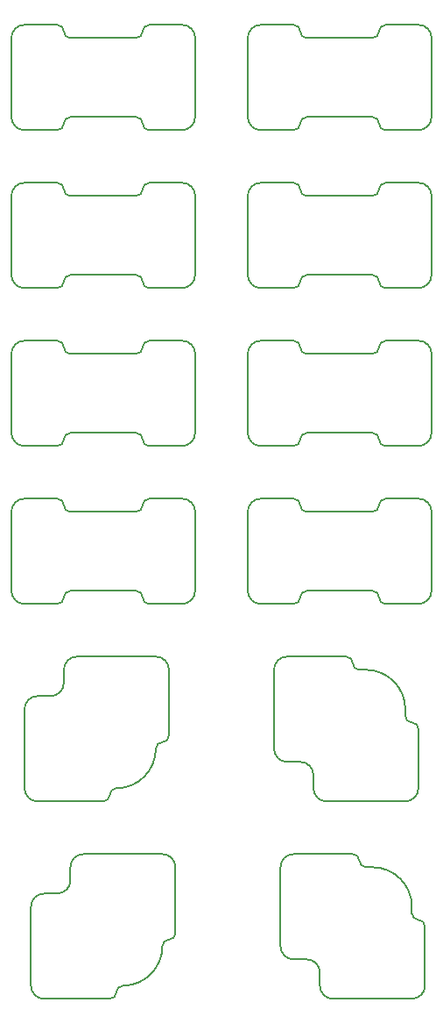
<source format=gbr>
G04 #@! TF.FileFunction,Profile,NP*
%FSLAX46Y46*%
G04 Gerber Fmt 4.6, Leading zero omitted, Abs format (unit mm)*
G04 Created by KiCad (PCBNEW 4.0.5) date Fri Mar 31 10:33:16 2017*
%MOMM*%
%LPD*%
G01*
G04 APERTURE LIST*
%ADD10C,0.100000*%
%ADD11C,0.150000*%
G04 APERTURE END LIST*
D10*
D11*
X105410000Y-157480000D02*
G75*
G03X106680000Y-158750000I1270000J0D01*
G01*
X102870000Y-154940000D02*
X104140000Y-154940000D01*
X101600000Y-153670000D02*
G75*
G03X102870000Y-154940000I1270000J0D01*
G01*
X105410000Y-156210000D02*
X105410000Y-157480000D01*
X105410000Y-156210000D02*
G75*
G03X104140000Y-154940000I-1270000J0D01*
G01*
X114300000Y-158750000D02*
G75*
G03X115570000Y-157480000I0J1270000D01*
G01*
X106680000Y-158750000D02*
X114300000Y-158750000D01*
X115570000Y-157480000D02*
X115570000Y-151765000D01*
X114300000Y-150495000D02*
G75*
G03X114935000Y-151130000I635000J0D01*
G01*
X115570000Y-151765000D02*
G75*
G03X114935000Y-151130000I-635000J0D01*
G01*
X109220000Y-145415000D02*
G75*
G03X109855000Y-146050000I635000J0D01*
G01*
X114300000Y-149860000D02*
G75*
G03X110490000Y-146050000I-3810000J0D01*
G01*
X114300000Y-149860000D02*
X114300000Y-150495000D01*
X109220000Y-145415000D02*
G75*
G03X108585000Y-144780000I-635000J0D01*
G01*
X110490000Y-146050000D02*
X109855000Y-146050000D01*
X105410000Y-144780000D02*
X108585000Y-144780000D01*
X104140000Y-144780000D02*
X104775000Y-144780000D01*
X101600000Y-153670000D02*
X101600000Y-146050000D01*
X104140000Y-144780000D02*
X102870000Y-144780000D01*
X102870000Y-144780000D02*
G75*
G03X101600000Y-146050000I0J-1270000D01*
G01*
X104775000Y-144780000D02*
X105410000Y-144780000D01*
X77470000Y-157480000D02*
X77470000Y-149860000D01*
X91440000Y-146050000D02*
G75*
G03X90170000Y-144780000I-1270000J0D01*
G01*
X77470000Y-157480000D02*
G75*
G03X78740000Y-158750000I1270000J0D01*
G01*
X78740000Y-148590000D02*
G75*
G03X77470000Y-149860000I0J-1270000D01*
G01*
X81280000Y-147320000D02*
X81280000Y-146050000D01*
X80010000Y-148590000D02*
X78740000Y-148590000D01*
X80010000Y-148590000D02*
G75*
G03X81280000Y-147320000I0J1270000D01*
G01*
X82550000Y-144780000D02*
X90170000Y-144780000D01*
X82550000Y-144780000D02*
G75*
G03X81280000Y-146050000I0J-1270000D01*
G01*
X78740000Y-158750000D02*
X85090000Y-158750000D01*
X91440000Y-148590000D02*
X91440000Y-146050000D01*
X85090000Y-158750000D02*
G75*
G03X85725000Y-158115000I0J635000D01*
G01*
X86360000Y-157480000D02*
G75*
G03X85725000Y-158115000I0J-635000D01*
G01*
X86360000Y-157480000D02*
G75*
G03X90170000Y-153670000I0J3810000D01*
G01*
X90805000Y-153035000D02*
G75*
G03X90170000Y-153670000I0J-635000D01*
G01*
X90805000Y-153035000D02*
G75*
G03X91440000Y-152400000I0J635000D01*
G01*
X91440000Y-152400000D02*
X91440000Y-148590000D01*
X81280000Y-73660000D02*
G75*
G03X80645000Y-74295000I0J-635000D01*
G01*
X75565000Y-73660000D02*
G75*
G03X76835000Y-74930000I1270000J0D01*
G01*
X80010000Y-74930000D02*
G75*
G03X80645000Y-74295000I0J635000D01*
G01*
X80010000Y-74930000D02*
X76835000Y-74930000D01*
X82550000Y-73660000D02*
X87630000Y-73660000D01*
X87630000Y-66040000D02*
X81280000Y-66040000D01*
X81280000Y-73660000D02*
X82550000Y-73660000D01*
X87630000Y-66040000D02*
G75*
G03X88265000Y-65405000I0J635000D01*
G01*
X93345000Y-66040000D02*
G75*
G03X92075000Y-64770000I-1270000J0D01*
G01*
X88900000Y-64770000D02*
X92075000Y-64770000D01*
X88900000Y-64770000D02*
G75*
G03X88265000Y-65405000I0J-635000D01*
G01*
X88265000Y-74295000D02*
G75*
G03X87630000Y-73660000I-635000J0D01*
G01*
X92075000Y-74930000D02*
X88900000Y-74930000D01*
X88265000Y-74295000D02*
G75*
G03X88900000Y-74930000I635000J0D01*
G01*
X93345000Y-66040000D02*
X93345000Y-73660000D01*
X92075000Y-74930000D02*
G75*
G03X93345000Y-73660000I0J1270000D01*
G01*
X76835000Y-64770000D02*
X80010000Y-64770000D01*
X80645000Y-65405000D02*
G75*
G03X81280000Y-66040000I635000J0D01*
G01*
X80645000Y-65405000D02*
G75*
G03X80010000Y-64770000I-635000J0D01*
G01*
X75565000Y-73660000D02*
X75565000Y-66040000D01*
X76835000Y-64770000D02*
G75*
G03X75565000Y-66040000I0J-1270000D01*
G01*
X104140000Y-73660000D02*
G75*
G03X103505000Y-74295000I0J-635000D01*
G01*
X98425000Y-73660000D02*
G75*
G03X99695000Y-74930000I1270000J0D01*
G01*
X102870000Y-74930000D02*
G75*
G03X103505000Y-74295000I0J635000D01*
G01*
X102870000Y-74930000D02*
X99695000Y-74930000D01*
X105410000Y-73660000D02*
X110490000Y-73660000D01*
X110490000Y-66040000D02*
X104140000Y-66040000D01*
X104140000Y-73660000D02*
X105410000Y-73660000D01*
X110490000Y-66040000D02*
G75*
G03X111125000Y-65405000I0J635000D01*
G01*
X116205000Y-66040000D02*
G75*
G03X114935000Y-64770000I-1270000J0D01*
G01*
X111760000Y-64770000D02*
X114935000Y-64770000D01*
X111760000Y-64770000D02*
G75*
G03X111125000Y-65405000I0J-635000D01*
G01*
X111125000Y-74295000D02*
G75*
G03X110490000Y-73660000I-635000J0D01*
G01*
X114935000Y-74930000D02*
X111760000Y-74930000D01*
X111125000Y-74295000D02*
G75*
G03X111760000Y-74930000I635000J0D01*
G01*
X116205000Y-66040000D02*
X116205000Y-73660000D01*
X114935000Y-74930000D02*
G75*
G03X116205000Y-73660000I0J1270000D01*
G01*
X99695000Y-64770000D02*
X102870000Y-64770000D01*
X103505000Y-65405000D02*
G75*
G03X104140000Y-66040000I635000J0D01*
G01*
X103505000Y-65405000D02*
G75*
G03X102870000Y-64770000I-635000J0D01*
G01*
X98425000Y-73660000D02*
X98425000Y-66040000D01*
X99695000Y-64770000D02*
G75*
G03X98425000Y-66040000I0J-1270000D01*
G01*
X104140000Y-88900000D02*
G75*
G03X103505000Y-89535000I0J-635000D01*
G01*
X98425000Y-88900000D02*
G75*
G03X99695000Y-90170000I1270000J0D01*
G01*
X102870000Y-90170000D02*
G75*
G03X103505000Y-89535000I0J635000D01*
G01*
X102870000Y-90170000D02*
X99695000Y-90170000D01*
X105410000Y-88900000D02*
X110490000Y-88900000D01*
X110490000Y-81280000D02*
X104140000Y-81280000D01*
X104140000Y-88900000D02*
X105410000Y-88900000D01*
X110490000Y-81280000D02*
G75*
G03X111125000Y-80645000I0J635000D01*
G01*
X116205000Y-81280000D02*
G75*
G03X114935000Y-80010000I-1270000J0D01*
G01*
X111760000Y-80010000D02*
X114935000Y-80010000D01*
X111760000Y-80010000D02*
G75*
G03X111125000Y-80645000I0J-635000D01*
G01*
X111125000Y-89535000D02*
G75*
G03X110490000Y-88900000I-635000J0D01*
G01*
X114935000Y-90170000D02*
X111760000Y-90170000D01*
X111125000Y-89535000D02*
G75*
G03X111760000Y-90170000I635000J0D01*
G01*
X116205000Y-81280000D02*
X116205000Y-88900000D01*
X114935000Y-90170000D02*
G75*
G03X116205000Y-88900000I0J1270000D01*
G01*
X99695000Y-80010000D02*
X102870000Y-80010000D01*
X103505000Y-80645000D02*
G75*
G03X104140000Y-81280000I635000J0D01*
G01*
X103505000Y-80645000D02*
G75*
G03X102870000Y-80010000I-635000J0D01*
G01*
X98425000Y-88900000D02*
X98425000Y-81280000D01*
X99695000Y-80010000D02*
G75*
G03X98425000Y-81280000I0J-1270000D01*
G01*
X81280000Y-88900000D02*
G75*
G03X80645000Y-89535000I0J-635000D01*
G01*
X75565000Y-88900000D02*
G75*
G03X76835000Y-90170000I1270000J0D01*
G01*
X80010000Y-90170000D02*
G75*
G03X80645000Y-89535000I0J635000D01*
G01*
X80010000Y-90170000D02*
X76835000Y-90170000D01*
X82550000Y-88900000D02*
X87630000Y-88900000D01*
X87630000Y-81280000D02*
X81280000Y-81280000D01*
X81280000Y-88900000D02*
X82550000Y-88900000D01*
X87630000Y-81280000D02*
G75*
G03X88265000Y-80645000I0J635000D01*
G01*
X93345000Y-81280000D02*
G75*
G03X92075000Y-80010000I-1270000J0D01*
G01*
X88900000Y-80010000D02*
X92075000Y-80010000D01*
X88900000Y-80010000D02*
G75*
G03X88265000Y-80645000I0J-635000D01*
G01*
X88265000Y-89535000D02*
G75*
G03X87630000Y-88900000I-635000J0D01*
G01*
X92075000Y-90170000D02*
X88900000Y-90170000D01*
X88265000Y-89535000D02*
G75*
G03X88900000Y-90170000I635000J0D01*
G01*
X93345000Y-81280000D02*
X93345000Y-88900000D01*
X92075000Y-90170000D02*
G75*
G03X93345000Y-88900000I0J1270000D01*
G01*
X76835000Y-80010000D02*
X80010000Y-80010000D01*
X80645000Y-80645000D02*
G75*
G03X81280000Y-81280000I635000J0D01*
G01*
X80645000Y-80645000D02*
G75*
G03X80010000Y-80010000I-635000J0D01*
G01*
X75565000Y-88900000D02*
X75565000Y-81280000D01*
X76835000Y-80010000D02*
G75*
G03X75565000Y-81280000I0J-1270000D01*
G01*
X81280000Y-104140000D02*
G75*
G03X80645000Y-104775000I0J-635000D01*
G01*
X75565000Y-104140000D02*
G75*
G03X76835000Y-105410000I1270000J0D01*
G01*
X80010000Y-105410000D02*
G75*
G03X80645000Y-104775000I0J635000D01*
G01*
X80010000Y-105410000D02*
X76835000Y-105410000D01*
X82550000Y-104140000D02*
X87630000Y-104140000D01*
X87630000Y-96520000D02*
X81280000Y-96520000D01*
X81280000Y-104140000D02*
X82550000Y-104140000D01*
X87630000Y-96520000D02*
G75*
G03X88265000Y-95885000I0J635000D01*
G01*
X93345000Y-96520000D02*
G75*
G03X92075000Y-95250000I-1270000J0D01*
G01*
X88900000Y-95250000D02*
X92075000Y-95250000D01*
X88900000Y-95250000D02*
G75*
G03X88265000Y-95885000I0J-635000D01*
G01*
X88265000Y-104775000D02*
G75*
G03X87630000Y-104140000I-635000J0D01*
G01*
X92075000Y-105410000D02*
X88900000Y-105410000D01*
X88265000Y-104775000D02*
G75*
G03X88900000Y-105410000I635000J0D01*
G01*
X93345000Y-96520000D02*
X93345000Y-104140000D01*
X92075000Y-105410000D02*
G75*
G03X93345000Y-104140000I0J1270000D01*
G01*
X76835000Y-95250000D02*
X80010000Y-95250000D01*
X80645000Y-95885000D02*
G75*
G03X81280000Y-96520000I635000J0D01*
G01*
X80645000Y-95885000D02*
G75*
G03X80010000Y-95250000I-635000J0D01*
G01*
X75565000Y-104140000D02*
X75565000Y-96520000D01*
X76835000Y-95250000D02*
G75*
G03X75565000Y-96520000I0J-1270000D01*
G01*
X104140000Y-104140000D02*
G75*
G03X103505000Y-104775000I0J-635000D01*
G01*
X98425000Y-104140000D02*
G75*
G03X99695000Y-105410000I1270000J0D01*
G01*
X102870000Y-105410000D02*
G75*
G03X103505000Y-104775000I0J635000D01*
G01*
X102870000Y-105410000D02*
X99695000Y-105410000D01*
X105410000Y-104140000D02*
X110490000Y-104140000D01*
X110490000Y-96520000D02*
X104140000Y-96520000D01*
X104140000Y-104140000D02*
X105410000Y-104140000D01*
X110490000Y-96520000D02*
G75*
G03X111125000Y-95885000I0J635000D01*
G01*
X116205000Y-96520000D02*
G75*
G03X114935000Y-95250000I-1270000J0D01*
G01*
X111760000Y-95250000D02*
X114935000Y-95250000D01*
X111760000Y-95250000D02*
G75*
G03X111125000Y-95885000I0J-635000D01*
G01*
X111125000Y-104775000D02*
G75*
G03X110490000Y-104140000I-635000J0D01*
G01*
X114935000Y-105410000D02*
X111760000Y-105410000D01*
X111125000Y-104775000D02*
G75*
G03X111760000Y-105410000I635000J0D01*
G01*
X116205000Y-96520000D02*
X116205000Y-104140000D01*
X114935000Y-105410000D02*
G75*
G03X116205000Y-104140000I0J1270000D01*
G01*
X99695000Y-95250000D02*
X102870000Y-95250000D01*
X103505000Y-95885000D02*
G75*
G03X104140000Y-96520000I635000J0D01*
G01*
X103505000Y-95885000D02*
G75*
G03X102870000Y-95250000I-635000J0D01*
G01*
X98425000Y-104140000D02*
X98425000Y-96520000D01*
X99695000Y-95250000D02*
G75*
G03X98425000Y-96520000I0J-1270000D01*
G01*
X81280000Y-119380000D02*
G75*
G03X80645000Y-120015000I0J-635000D01*
G01*
X75565000Y-119380000D02*
G75*
G03X76835000Y-120650000I1270000J0D01*
G01*
X80010000Y-120650000D02*
G75*
G03X80645000Y-120015000I0J635000D01*
G01*
X80010000Y-120650000D02*
X76835000Y-120650000D01*
X82550000Y-119380000D02*
X87630000Y-119380000D01*
X87630000Y-111760000D02*
X81280000Y-111760000D01*
X81280000Y-119380000D02*
X82550000Y-119380000D01*
X87630000Y-111760000D02*
G75*
G03X88265000Y-111125000I0J635000D01*
G01*
X93345000Y-111760000D02*
G75*
G03X92075000Y-110490000I-1270000J0D01*
G01*
X88900000Y-110490000D02*
X92075000Y-110490000D01*
X88900000Y-110490000D02*
G75*
G03X88265000Y-111125000I0J-635000D01*
G01*
X88265000Y-120015000D02*
G75*
G03X87630000Y-119380000I-635000J0D01*
G01*
X92075000Y-120650000D02*
X88900000Y-120650000D01*
X88265000Y-120015000D02*
G75*
G03X88900000Y-120650000I635000J0D01*
G01*
X93345000Y-111760000D02*
X93345000Y-119380000D01*
X92075000Y-120650000D02*
G75*
G03X93345000Y-119380000I0J1270000D01*
G01*
X76835000Y-110490000D02*
X80010000Y-110490000D01*
X80645000Y-111125000D02*
G75*
G03X81280000Y-111760000I635000J0D01*
G01*
X80645000Y-111125000D02*
G75*
G03X80010000Y-110490000I-635000J0D01*
G01*
X75565000Y-119380000D02*
X75565000Y-111760000D01*
X76835000Y-110490000D02*
G75*
G03X75565000Y-111760000I0J-1270000D01*
G01*
X102870000Y-120650000D02*
X99695000Y-120650000D01*
X114935000Y-120650000D02*
X111760000Y-120650000D01*
X111760000Y-110490000D02*
X114935000Y-110490000D01*
X99695000Y-110490000D02*
X102870000Y-110490000D01*
X104140000Y-119380000D02*
X105410000Y-119380000D01*
X104140000Y-119380000D02*
G75*
G03X103505000Y-120015000I0J-635000D01*
G01*
X102870000Y-120650000D02*
G75*
G03X103505000Y-120015000I0J635000D01*
G01*
X103505000Y-111125000D02*
G75*
G03X104140000Y-111760000I635000J0D01*
G01*
X103505000Y-111125000D02*
G75*
G03X102870000Y-110490000I-635000J0D01*
G01*
X110490000Y-111760000D02*
X104140000Y-111760000D01*
X110490000Y-111760000D02*
G75*
G03X111125000Y-111125000I0J635000D01*
G01*
X111760000Y-110490000D02*
G75*
G03X111125000Y-111125000I0J-635000D01*
G01*
X111125000Y-120015000D02*
G75*
G03X110490000Y-119380000I-635000J0D01*
G01*
X111125000Y-120015000D02*
G75*
G03X111760000Y-120650000I635000J0D01*
G01*
X105410000Y-119380000D02*
X110490000Y-119380000D01*
X99695000Y-110490000D02*
G75*
G03X98425000Y-111760000I0J-1270000D01*
G01*
X98425000Y-119380000D02*
G75*
G03X99695000Y-120650000I1270000J0D01*
G01*
X114935000Y-120650000D02*
G75*
G03X116205000Y-119380000I0J1270000D01*
G01*
X116205000Y-111760000D02*
G75*
G03X114935000Y-110490000I-1270000J0D01*
G01*
X98425000Y-119380000D02*
X98425000Y-111760000D01*
X116205000Y-111760000D02*
X116205000Y-119380000D01*
X104775000Y-125730000D02*
X107950000Y-125730000D01*
X108585000Y-126365000D02*
G75*
G03X107950000Y-125730000I-635000J0D01*
G01*
X108585000Y-126365000D02*
G75*
G03X109220000Y-127000000I635000J0D01*
G01*
X104140000Y-125730000D02*
X104775000Y-125730000D01*
X103505000Y-125730000D02*
X104140000Y-125730000D01*
X104775000Y-137160000D02*
G75*
G03X103505000Y-135890000I-1270000J0D01*
G01*
X104775000Y-138430000D02*
G75*
G03X106045000Y-139700000I1270000J0D01*
G01*
X113665000Y-139700000D02*
G75*
G03X114935000Y-138430000I0J1270000D01*
G01*
X114935000Y-132715000D02*
G75*
G03X114300000Y-132080000I-635000J0D01*
G01*
X113665000Y-131445000D02*
G75*
G03X114300000Y-132080000I635000J0D01*
G01*
X109855000Y-127000000D02*
X109220000Y-127000000D01*
X113665000Y-130810000D02*
X113665000Y-131445000D01*
X113665000Y-130810000D02*
G75*
G03X109855000Y-127000000I-3810000J0D01*
G01*
X114935000Y-138430000D02*
X114935000Y-132715000D01*
X106045000Y-139700000D02*
X113665000Y-139700000D01*
X104775000Y-137160000D02*
X104775000Y-138430000D01*
X102235000Y-135890000D02*
X103505000Y-135890000D01*
X103505000Y-125730000D02*
X102235000Y-125730000D01*
X102235000Y-125730000D02*
G75*
G03X100965000Y-127000000I0J-1270000D01*
G01*
X100965000Y-134620000D02*
G75*
G03X102235000Y-135890000I1270000J0D01*
G01*
X100965000Y-134620000D02*
X100965000Y-127000000D01*
X90805000Y-133350000D02*
X90805000Y-129540000D01*
X90170000Y-133985000D02*
G75*
G03X90805000Y-133350000I0J635000D01*
G01*
X90170000Y-133985000D02*
G75*
G03X89535000Y-134620000I0J-635000D01*
G01*
X85725000Y-138430000D02*
G75*
G03X89535000Y-134620000I0J3810000D01*
G01*
X85725000Y-138430000D02*
G75*
G03X85090000Y-139065000I0J-635000D01*
G01*
X84455000Y-139700000D02*
G75*
G03X85090000Y-139065000I0J635000D01*
G01*
X90805000Y-129540000D02*
X90805000Y-127000000D01*
X78105000Y-139700000D02*
X84455000Y-139700000D01*
X81915000Y-125730000D02*
G75*
G03X80645000Y-127000000I0J-1270000D01*
G01*
X81915000Y-125730000D02*
X89535000Y-125730000D01*
X79375000Y-129540000D02*
G75*
G03X80645000Y-128270000I0J1270000D01*
G01*
X79375000Y-129540000D02*
X78105000Y-129540000D01*
X80645000Y-128270000D02*
X80645000Y-127000000D01*
X78105000Y-129540000D02*
G75*
G03X76835000Y-130810000I0J-1270000D01*
G01*
X76835000Y-138430000D02*
G75*
G03X78105000Y-139700000I1270000J0D01*
G01*
X90805000Y-127000000D02*
G75*
G03X89535000Y-125730000I-1270000J0D01*
G01*
X76835000Y-138430000D02*
X76835000Y-130810000D01*
M02*

</source>
